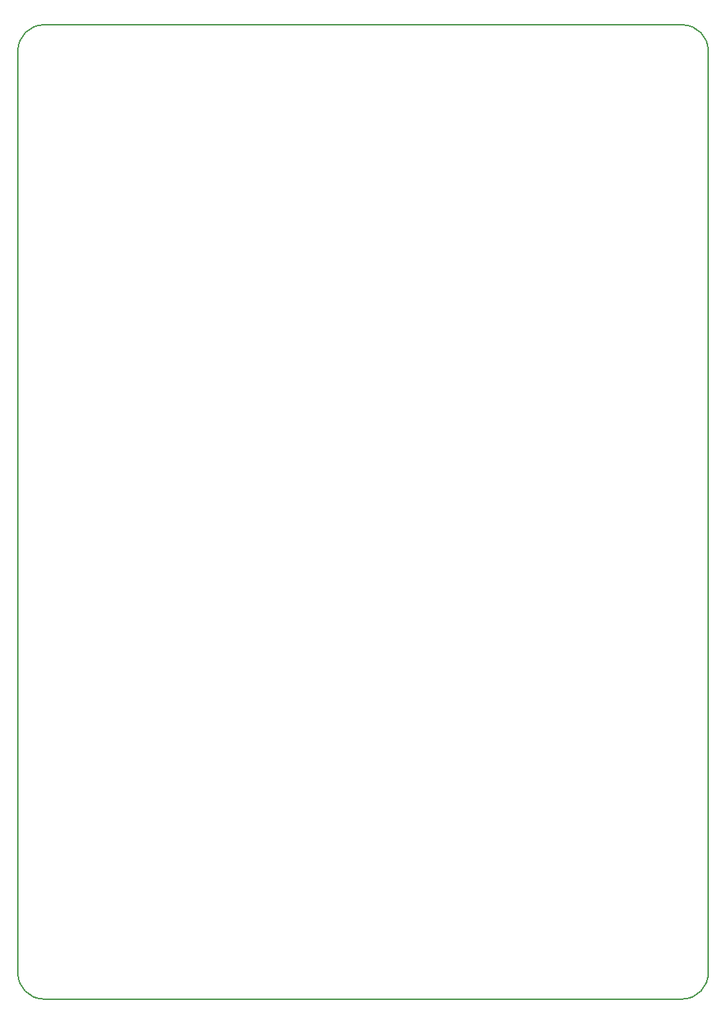
<source format=gbr>
G04 #@! TF.GenerationSoftware,KiCad,Pcbnew,(5.1.4)-1*
G04 #@! TF.CreationDate,2019-11-23T11:55:31-06:00*
G04 #@! TF.ProjectId,BPS_Nucleo,4250535f-4e75-4636-9c65-6f2e6b696361,rev?*
G04 #@! TF.SameCoordinates,Original*
G04 #@! TF.FileFunction,Profile,NP*
%FSLAX46Y46*%
G04 Gerber Fmt 4.6, Leading zero omitted, Abs format (unit mm)*
G04 Created by KiCad (PCBNEW (5.1.4)-1) date 2019-11-23 11:55:31*
%MOMM*%
%LPD*%
G04 APERTURE LIST*
%ADD10C,0.150000*%
G04 APERTURE END LIST*
D10*
X247647463Y-146558101D02*
G75*
G02X244475000Y-149860000I-3172463J-126899D01*
G01*
X244475000Y-29845000D02*
G75*
G02X247650000Y-33020000I0J-3175000D01*
G01*
X162560000Y-33020000D02*
G75*
G02X165735000Y-29845000I3175000J0D01*
G01*
X165735000Y-149860000D02*
G75*
G02X162560000Y-146685000I0J3175000D01*
G01*
X244475000Y-29845000D02*
X165735000Y-29845000D01*
X247647463Y-146558101D02*
X247650000Y-33020000D01*
X165735000Y-149860000D02*
X244475000Y-149860000D01*
X162560000Y-33020000D02*
X162560000Y-146685000D01*
M02*

</source>
